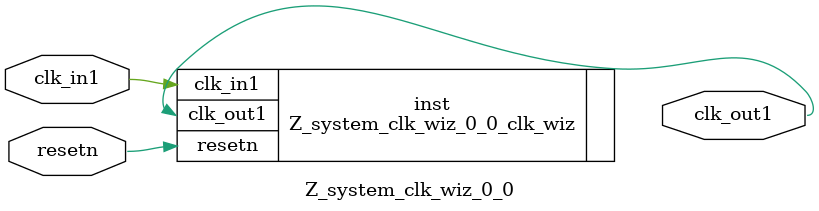
<source format=v>


`timescale 1ps/1ps

(* CORE_GENERATION_INFO = "Z_system_clk_wiz_0_0,clk_wiz_v6_0_3_0_0,{component_name=Z_system_clk_wiz_0_0,use_phase_alignment=true,use_min_o_jitter=false,use_max_i_jitter=false,use_dyn_phase_shift=false,use_inclk_switchover=false,use_dyn_reconfig=false,enable_axi=0,feedback_source=FDBK_AUTO,PRIMITIVE=MMCM,num_out_clk=1,clkin1_period=20.000,clkin2_period=10.0,use_power_down=false,use_reset=true,use_locked=false,use_inclk_stopped=false,feedback_type=SINGLE,CLOCK_MGR_TYPE=NA,manual_override=false}" *)

module Z_system_clk_wiz_0_0 
 (
  // Clock out ports
  output        clk_out1,
  // Status and control signals
  input         resetn,
 // Clock in ports
  input         clk_in1
 );

  Z_system_clk_wiz_0_0_clk_wiz inst
  (
  // Clock out ports  
  .clk_out1(clk_out1),
  // Status and control signals               
  .resetn(resetn), 
 // Clock in ports
  .clk_in1(clk_in1)
  );

endmodule

</source>
